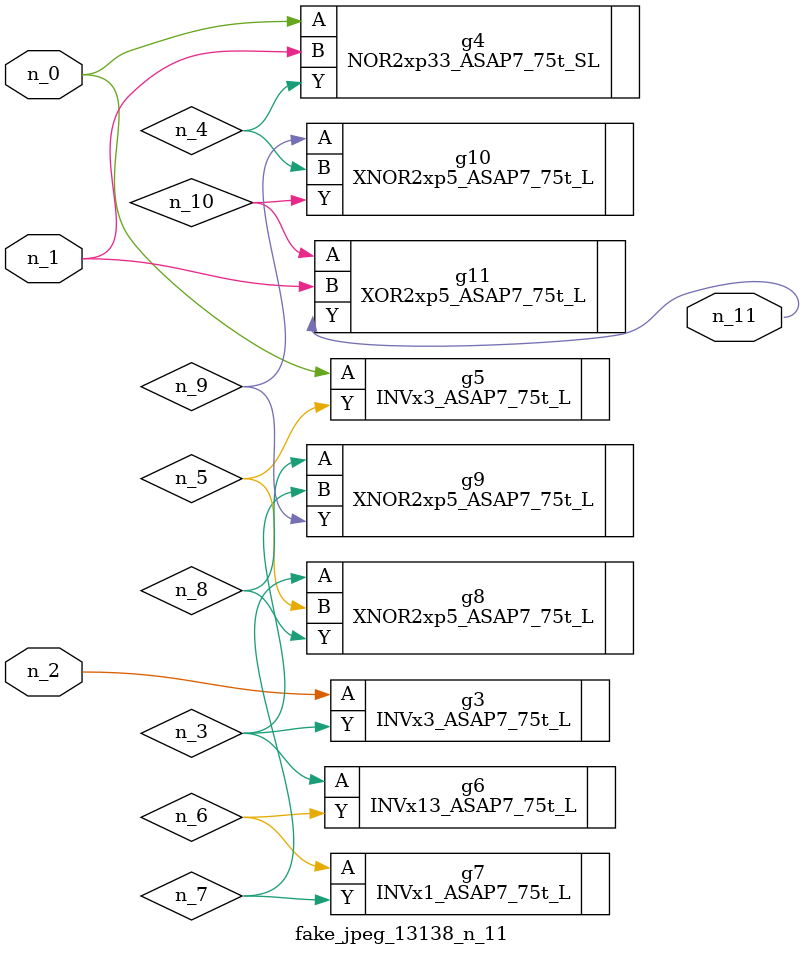
<source format=v>
module fake_jpeg_13138_n_11 (n_0, n_2, n_1, n_11);

input n_0;
input n_2;
input n_1;

output n_11;

wire n_3;
wire n_10;
wire n_4;
wire n_8;
wire n_9;
wire n_6;
wire n_5;
wire n_7;

INVx3_ASAP7_75t_L g3 ( 
.A(n_2),
.Y(n_3)
);

NOR2xp33_ASAP7_75t_SL g4 ( 
.A(n_0),
.B(n_1),
.Y(n_4)
);

INVx3_ASAP7_75t_L g5 ( 
.A(n_0),
.Y(n_5)
);

INVx13_ASAP7_75t_L g6 ( 
.A(n_3),
.Y(n_6)
);

INVx1_ASAP7_75t_L g7 ( 
.A(n_6),
.Y(n_7)
);

XNOR2xp5_ASAP7_75t_L g8 ( 
.A(n_7),
.B(n_5),
.Y(n_8)
);

XNOR2xp5_ASAP7_75t_L g9 ( 
.A(n_8),
.B(n_3),
.Y(n_9)
);

XNOR2xp5_ASAP7_75t_L g10 ( 
.A(n_9),
.B(n_4),
.Y(n_10)
);

XOR2xp5_ASAP7_75t_L g11 ( 
.A(n_10),
.B(n_1),
.Y(n_11)
);


endmodule
</source>
